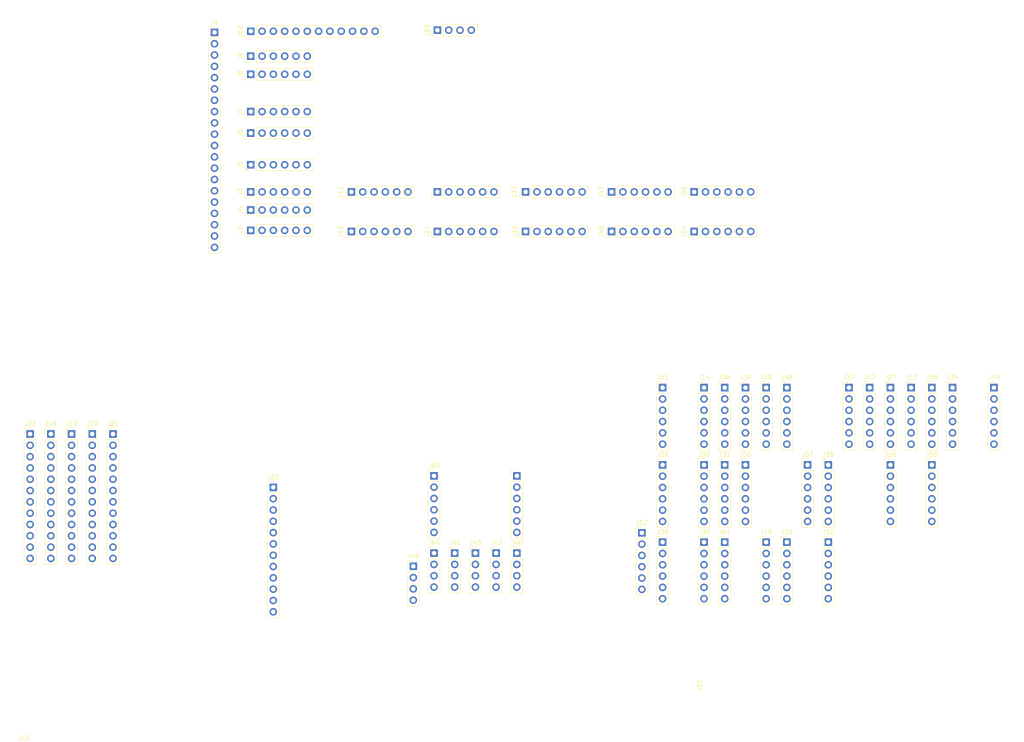
<source format=kicad_pcb>
(kicad_pcb (version 20211014) (generator pcbnew)
  (layers (0 "F.Cu" signal) (31 "B.Cu" signal) (34 "B.Paste" user) (35 "F.Paste" user) (36 "B.SilkS" user "B.Silkscreen") (37 "F.SilkS" user "F.Silkscreen") (38 "B.Mask" user) (39 "F.Mask" user) (44 "Edge.Cuts" user))
  (net 0 "")
  (net 1 "GND")
  (net 2 "rfrx2_true")
  (net 3 "rfrx2_false")
  (net 4 "rfrx0_true")
  (net 5 "rfrx4_false")
  (net 6 "3V3")
  (net 7 "rfrx0_false")
  (net 9 "rfrx4_true")
  (net 10 "Net-(J10-Pad1)")
  (net 12 "Net-(J11-Pad1)")
  (net 13 "Net-(J12-Pad1)")
  (net 15 "PWM2")
  (net 16 "Net-(J13-Pad1)")
  (net 17 "pwm_out")
  (net 20 "Net-(J14-Pad1)")
  (net 21 "Net-(J15-Pad1)")
  (net 22 "Net-(J16-Pad1)")
  (net 23 "Net-(J17-Pad1)")
  (net 24 "Net-(J24-Pad1)")
  (net 25 "Net-(J25-Pad1)")
  (net 26 "Net-(J26-Pad1)")
  (net 27 "Net-(J27-Pad1)")
  (net 28 "Net-(J28-Pad1)")
  (net 29 "Net-(J29-Pad1)")
  (net 30 "Net-(J30-Pad1)")
  (net 31 "Net-(J31-Pad1)")
  (net 32 "Net-(J32-Pad1)")
  (net 33 "Net-(J33-Pad1)")
  (net 34 "Net-(J34-Pad1)")
  (net 35 "Net-(J35-Pad1)")
  (net 36 "Net-(J36-Pad1)")
  (net 37 "Net-(J37-Pad1)")
  (net 38 "Net-(J38-Pad1)")
  (net 39 "Net-(J39-Pad1)")
  (net 40 "Net-(J46-Pad1)")
  (net 41 "Net-(J47-Pad1)")
  (net 42 "Net-(J48-Pad1)")
  (net 43 "Net-(J49-Pad1)")
  (net 44 "Net-(J50-Pad1)")
  (net 45 "Net-(J51-Pad1)")
  (net 46 "Net-(J52-Pad1)")
  (net 47 "Net-(J53-Pad1)")
  (net 48 "Net-(J54-Pad1)")
  (net 49 "Net-(J55-Pad1)")
  (net 50 "Net-(J56-Pad1)")
  (net 51 "Net-(J57-Pad1)")
  (net 52 "Net-(J58-Pad1)")
  (net 53 "Net-(J59-Pad1)")
  (net 54 "Net-(J60-Pad1)")
  (net 55 "Net-(J61-Pad1)")
  (footprint "Connector_PinHeader_2.54mm:PinHeader_1x06_P2.54mm_Vertical" (layer "F.Cu") (at 225.26 115.57)
    (fp_text reference "J37" (at 0 -2.33) (layer "F.SilkS"))
    (fp_text value "Conn_01x06_Male")
    (pad "1" thru_hole rect (at 0 0) (size 1.7 1.7) (drill 1) (layers *.Cu *.Mask) (net 37 "Net-(J37-Pad1)"))
    (pad "2" thru_hole oval (at 0 2.54) (size 1.7 1.7) (drill 1) (layers *.Cu *.Mask) (net 37 "Net-(J37-Pad1)"))
    (pad "3" thru_hole oval (at 0 5.08) (size 1.7 1.7) (drill 1) (layers *.Cu *.Mask) (net 37 "Net-(J37-Pad1)"))
    (pad "4" thru_hole oval (at 0 7.62) (size 1.7 1.7) (drill 1) (layers *.Cu *.Mask) (net 37 "Net-(J37-Pad1)"))
    (pad "5" thru_hole oval (at 0 10.16) (size 1.7 1.7) (drill 1) (layers *.Cu *.Mask) (net 37 "Net-(J37-Pad1)"))
    (pad "6" thru_hole oval (at 0 12.7) (size 1.7 1.7) (drill 1) (layers *.Cu *.Mask) (net 37 "Net-(J37-Pad1)"))
  )
  (footprint "Connector_PinHeader_2.54mm:PinHeader_1x12_P2.54mm_Vertical" (layer "F.Cu") (at 55.352 125.984)
    (fp_text reference "J20" (at 0 -2.33) (layer "F.SilkS"))
    (fp_text value "Conn_01x12_Male")
    (pad "1" thru_hole rect (at 0 0) (size 1.7 1.7) (drill 1) (layers *.Cu *.Mask) (net 1 "GND"))
    (pad "2" thru_hole oval (at 0 2.54) (size 1.7 1.7) (drill 1) (layers *.Cu *.Mask) (net 1 "GND"))
    (pad "3" thru_hole oval (at 0 5.08) (size 1.7 1.7) (drill 1) (layers *.Cu *.Mask) (net 1 "GND"))
    (pad "4" thru_hole oval (at 0 7.62) (size 1.7 1.7) (drill 1) (layers *.Cu *.Mask) (net 1 "GND"))
    (pad "5" thru_hole oval (at 0 10.16) (size 1.7 1.7) (drill 1) (layers *.Cu *.Mask) (net 1 "GND"))
    (pad "6" thru_hole oval (at 0 12.7) (size 1.7 1.7) (drill 1) (layers *.Cu *.Mask) (net 1 "GND"))
    (pad "7" thru_hole oval (at 0 15.24) (size 1.7 1.7) (drill 1) (layers *.Cu *.Mask) (net 1 "GND"))
    (pad "8" thru_hole oval (at 0 17.78) (size 1.7 1.7) (drill 1) (layers *.Cu *.Mask) (net 1 "GND"))
    (pad "9" thru_hole oval (at 0 20.32) (size 1.7 1.7) (drill 1) (layers *.Cu *.Mask) (net 1 "GND"))
    (pad "10" thru_hole oval (at 0 22.86) (size 1.7 1.7) (drill 1) (layers *.Cu *.Mask) (net 1 "GND"))
    (pad "11" thru_hole oval (at 0 25.4) (size 1.7 1.7) (drill 1) (layers *.Cu *.Mask) (net 1 "GND"))
    (pad "12" thru_hole oval (at 0 27.94) (size 1.7 1.7) (drill 1) (layers *.Cu *.Mask) (net 1 "GND"))
  )
  (footprint "Connector_PinHeader_2.54mm:PinHeader_1x06_P2.54mm_Vertical" (layer "F.Cu") (at 202.01 115.57)
    (fp_text reference "J30" (at 0 -2.33) (layer "F.SilkS"))
    (fp_text value "Conn_01x06_Male")
    (pad "1" thru_hole rect (at 0 0) (size 1.7 1.7) (drill 1) (layers *.Cu *.Mask) (net 30 "Net-(J30-Pad1)"))
    (pad "2" thru_hole oval (at 0 2.54) (size 1.7 1.7) (drill 1) (layers *.Cu *.Mask) (net 30 "Net-(J30-Pad1)"))
    (pad "3" thru_hole oval (at 0 5.08) (size 1.7 1.7) (drill 1) (layers *.Cu *.Mask) (net 30 "Net-(J30-Pad1)"))
    (pad "4" thru_hole oval (at 0 7.62) (size 1.7 1.7) (drill 1) (layers *.Cu *.Mask) (net 30 "Net-(J30-Pad1)"))
    (pad "5" thru_hole oval (at 0 10.16) (size 1.7 1.7) (drill 1) (layers *.Cu *.Mask) (net 30 "Net-(J30-Pad1)"))
    (pad "6" thru_hole oval (at 0 12.7) (size 1.7 1.7) (drill 1) (layers *.Cu *.Mask) (net 30 "Net-(J30-Pad1)"))
  )
  (footprint "Connector_PinHeader_2.54mm:PinHeader_1x06_P2.54mm_Vertical" (layer "F.Cu") (at 243.86 132.92)
    (fp_text reference "J56" (at 0 -2.33) (layer "F.SilkS"))
    (fp_text value "Conn_01x06_Male")
    (pad "1" thru_hole rect (at 0 0) (size 1.7 1.7) (drill 1) (layers *.Cu *.Mask) (net 50 "Net-(J56-Pad1)"))
    (pad "2" thru_hole oval (at 0 2.54) (size 1.7 1.7) (drill 1) (layers *.Cu *.Mask) (net 50 "Net-(J56-Pad1)"))
    (pad "3" thru_hole oval (at 0 5.08) (size 1.7 1.7) (drill 1) (layers *.Cu *.Mask) (net 50 "Net-(J56-Pad1)"))
    (pad "4" thru_hole oval (at 0 7.62) (size 1.7 1.7) (drill 1) (layers *.Cu *.Mask) (net 50 "Net-(J56-Pad1)"))
    (pad "5" thru_hole oval (at 0 10.16) (size 1.7 1.7) (drill 1) (layers *.Cu *.Mask) (net 50 "Net-(J56-Pad1)"))
    (pad "6" thru_hole oval (at 0 12.7) (size 1.7 1.7) (drill 1) (layers *.Cu *.Mask) (net 50 "Net-(J56-Pad1)"))
  )
  (footprint "Connector_PinHeader_2.54mm:PinHeader_1x06_P2.54mm_Vertical" (layer "F.Cu") (at 234.56 115.57)
    (fp_text reference "J27" (at 0 -2.33) (layer "F.SilkS"))
    (fp_text value "Conn_01x06_Male")
    (pad "1" thru_hole rect (at 0 0) (size 1.7 1.7) (drill 1) (layers *.Cu *.Mask) (net 27 "Net-(J27-Pad1)"))
    (pad "2" thru_hole oval (at 0 2.54) (size 1.7 1.7) (drill 1) (layers *.Cu *.Mask) (net 27 "Net-(J27-Pad1)"))
    (pad "3" thru_hole oval (at 0 5.08) (size 1.7 1.7) (drill 1) (layers *.Cu *.Mask) (net 27 "Net-(J27-Pad1)"))
    (pad "4" thru_hole oval (at 0 7.62) (size 1.7 1.7) (drill 1) (layers *.Cu *.Mask) (net 27 "Net-(J27-Pad1)"))
    (pad "5" thru_hole oval (at 0 10.16) (size 1.7 1.7) (drill 1) (layers *.Cu *.Mask) (net 27 "Net-(J27-Pad1)"))
    (pad "6" thru_hole oval (at 0 12.7) (size 1.7 1.7) (drill 1) (layers *.Cu *.Mask) (net 27 "Net-(J27-Pad1)"))
  )
  (footprint "Connector_PinHeader_2.54mm:PinHeader_1x06_P2.54mm_Vertical" (layer "F.Cu") (at 197.36 150.27)
    (fp_text reference "J61" (at 0 -2.33) (layer "F.SilkS"))
    (fp_text value "Conn_01x06_Male")
    (pad "1" thru_hole rect (at 0 0) (size 1.7 1.7) (drill 1) (layers *.Cu *.Mask) (net 55 "Net-(J61-Pad1)"))
    (pad "2" thru_hole oval (at 0 2.54) (size 1.7 1.7) (drill 1) (layers *.Cu *.Mask) (net 55 "Net-(J61-Pad1)"))
    (pad "3" thru_hole oval (at 0 5.08) (size 1.7 1.7) (drill 1) (layers *.Cu *.Mask) (net 55 "Net-(J61-Pad1)"))
    (pad "4" thru_hole oval (at 0 7.62) (size 1.7 1.7) (drill 1) (layers *.Cu *.Mask) (net 55 "Net-(J61-Pad1)"))
    (pad "5" thru_hole oval (at 0 10.16) (size 1.7 1.7) (drill 1) (layers *.Cu *.Mask) (net 55 "Net-(J61-Pad1)"))
    (pad "6" thru_hole oval (at 0 12.7) (size 1.7 1.7) (drill 1) (layers *.Cu *.Mask) (net 55 "Net-(J61-Pad1)"))
  )
  (footprint "Connector_PinHeader_2.54mm:PinHeader_1x12_P2.54mm_Vertical" (layer "F.Cu") (at 50.702 125.984)
    (fp_text reference "J19" (at 0 -2.33) (layer "F.SilkS"))
    (fp_text value "Conn_01x12_Male")
    (pad "1" thru_hole rect (at 0 0) (size 1.7 1.7) (drill 1) (layers *.Cu *.Mask) (net 1 "GND"))
    (pad "2" thru_hole oval (at 0 2.54) (size 1.7 1.7) (drill 1) (layers *.Cu *.Mask) (net 1 "GND"))
    (pad "3" thru_hole oval (at 0 5.08) (size 1.7 1.7) (drill 1) (layers *.Cu *.Mask) (net 1 "GND"))
    (pad "4" thru_hole oval (at 0 7.62) (size 1.7 1.7) (drill 1) (layers *.Cu *.Mask) (net 1 "GND"))
    (pad "5" thru_hole oval (at 0 10.16) (size 1.7 1.7) (drill 1) (layers *.Cu *.Mask) (net 1 "GND"))
    (pad "6" thru_hole oval (at 0 12.7) (size 1.7 1.7) (drill 1) (layers *.Cu *.Mask) (net 1 "GND"))
    (pad "7" thru_hole oval (at 0 15.24) (size 1.7 1.7) (drill 1) (layers *.Cu *.Mask) (net 1 "GND"))
    (pad "8" thru_hole oval (at 0 17.78) (size 1.7 1.7) (drill 1) (layers *.Cu *.Mask) (net 1 "GND"))
    (pad "9" thru_hole oval (at 0 20.32) (size 1.7 1.7) (drill 1) (layers *.Cu *.Mask) (net 1 "GND"))
    (pad "10" thru_hole oval (at 0 22.86) (size 1.7 1.7) (drill 1) (layers *.Cu *.Mask) (net 1 "GND"))
    (pad "11" thru_hole oval (at 0 25.4) (size 1.7 1.7) (drill 1) (layers *.Cu *.Mask) (net 1 "GND"))
    (pad "12" thru_hole oval (at 0 27.94) (size 1.7 1.7) (drill 1) (layers *.Cu *.Mask) (net 1 "GND"))
  )
  (footprint "Connector_PinHeader_2.54mm:PinHeader_1x06_P2.54mm_Vertical" (layer "F.Cu") (at 192.71 150.27)
    (fp_text reference "J35" (at 0 -2.33) (layer "F.SilkS"))
    (fp_text value "Conn_01x06_Male")
    (pad "1" thru_hole rect (at 0 0) (size 1.7 1.7) (drill 1) (layers *.Cu *.Mask) (net 35 "Net-(J35-Pad1)"))
    (pad "2" thru_hole oval (at 0 2.54) (size 1.7 1.7) (drill 1) (layers *.Cu *.Mask) (net 35 "Net-(J35-Pad1)"))
    (pad "3" thru_hole oval (at 0 5.08) (size 1.7 1.7) (drill 1) (layers *.Cu *.Mask) (net 35 "Net-(J35-Pad1)"))
    (pad "4" thru_hole oval (at 0 7.62) (size 1.7 1.7) (drill 1) (layers *.Cu *.Mask) (net 35 "Net-(J35-Pad1)"))
    (pad "5" thru_hole oval (at 0 10.16) (size 1.7 1.7) (drill 1) (layers *.Cu *.Mask) (net 35 "Net-(J35-Pad1)"))
    (pad "6" thru_hole oval (at 0 12.7) (size 1.7 1.7) (drill 1) (layers *.Cu *.Mask) (net 35 "Net-(J35-Pad1)"))
  )
  (footprint "Connector_PinHeader_2.54mm:PinHeader_1x06_P2.54mm_Vertical" (layer "F.Cu") (at 113.538 71.628 90)
    (fp_text reference "J11" (at 0 -2.33 90) (layer "F.SilkS"))
    (fp_text value "Conn_01x06_Male")
    (pad "1" thru_hole rect (at 0 0 90) (size 1.7 1.7) (drill 1) (layers *.Cu *.Mask) (net 12 "Net-(J11-Pad1)"))
    (pad "2" thru_hole oval (at 0 2.54 90) (size 1.7 1.7) (drill 1) (layers *.Cu *.Mask) (net 12 "Net-(J11-Pad1)"))
    (pad "3" thru_hole oval (at 0 5.08 90) (size 1.7 1.7) (drill 1) (layers *.Cu *.Mask) (net 12 "Net-(J11-Pad1)"))
    (pad "4" thru_hole oval (at 0 7.62 90) (size 1.7 1.7) (drill 1) (layers *.Cu *.Mask) (net 12 "Net-(J11-Pad1)"))
    (pad "5" thru_hole oval (at 0 10.16 90) (size 1.7 1.7) (drill 1) (layers *.Cu *.Mask) (net 12 "Net-(J11-Pad1)"))
    (pad "6" thru_hole oval (at 0 12.7 90) (size 1.7 1.7) (drill 1) (layers *.Cu *.Mask) (net 12 "Net-(J11-Pad1)"))
  )
  (footprint "Connector_PinHeader_2.54mm:PinHeader_1x06_P2.54mm_Vertical" (layer "F.Cu") (at 234.56 132.92)
    (fp_text reference "J16" (at 0 -2.33) (layer "F.SilkS"))
    (fp_text value "Conn_01x06_Male")
    (pad "1" thru_hole rect (at 0 0) (size 1.7 1.7) (drill 1) (layers *.Cu *.Mask) (net 22 "Net-(J16-Pad1)"))
    (pad "2" thru_hole oval (at 0 2.54) (size 1.7 1.7) (drill 1) (layers *.Cu *.Mask) (net 22 "Net-(J16-Pad1)"))
    (pad "3" thru_hole oval (at 0 5.08) (size 1.7 1.7) (drill 1) (layers *.Cu *.Mask) (net 22 "Net-(J16-Pad1)"))
    (pad "4" thru_hole oval (at 0 7.62) (size 1.7 1.7) (drill 1) (layers *.Cu *.Mask) (net 22 "Net-(J16-Pad1)"))
    (pad "5" thru_hole oval (at 0 10.16) (size 1.7 1.7) (drill 1) (layers *.Cu *.Mask) (net 22 "Net-(J16-Pad1)"))
    (pad "6" thru_hole oval (at 0 12.7) (size 1.7 1.7) (drill 1) (layers *.Cu *.Mask) (net 22 "Net-(J16-Pad1)"))
  )
  (footprint "Connector_PinHeader_2.54mm:PinHeader_1x06_P2.54mm_Vertical" (layer "F.Cu") (at 211.31 115.57)
    (fp_text reference "J48" (at 0 -2.33) (layer "F.SilkS"))
    (fp_text value "Conn_01x06_Male")
    (pad "1" thru_hole rect (at 0 0) (size 1.7 1.7) (drill 1) (layers *.Cu *.Mask) (net 42 "Net-(J48-Pad1)"))
    (pad "2" thru_hole oval (at 0 2.54) (size 1.7 1.7) (drill 1) (layers *.Cu *.Mask) (net 42 "Net-(J48-Pad1)"))
    (pad "3" thru_hole oval (at 0 5.08) (size 1.7 1.7) (drill 1) (layers *.Cu *.Mask) (net 42 "Net-(J48-Pad1)"))
    (pad "4" thru_hole oval (at 0 7.62) (size 1.7 1.7) (drill 1) (layers *.Cu *.Mask) (net 42 "Net-(J48-Pad1)"))
    (pad "5" thru_hole oval (at 0 10.16) (size 1.7 1.7) (drill 1) (layers *.Cu *.Mask) (net 42 "Net-(J48-Pad1)"))
    (pad "6" thru_hole oval (at 0 12.7) (size 1.7 1.7) (drill 1) (layers *.Cu *.Mask) (net 42 "Net-(J48-Pad1)"))
  )
  (footprint "Connector_PinHeader_2.54mm:PinHeader_1x06_P2.54mm_Vertical" (layer "F.Cu") (at 197.36 132.92)
    (fp_text reference "J31" (at 0 -2.33) (layer "F.SilkS"))
    (fp_text value "Conn_01x06_Male")
    (pad "1" thru_hole rect (at 0 0) (size 1.7 1.7) (drill 1) (layers *.Cu *.Mask) (net 31 "Net-(J31-Pad1)"))
    (pad "2" thru_hole oval (at 0 2.54) (size 1.7 1.7) (drill 1) (layers *.Cu *.Mask) (net 31 "Net-(J31-Pad1)"))
    (pad "3" thru_hole oval (at 0 5.08) (size 1.7 1.7) (drill 1) (layers *.Cu *.Mask) (net 31 "Net-(J31-Pad1)"))
    (pad "4" thru_hole oval (at 0 7.62) (size 1.7 1.7) (drill 1) (layers *.Cu *.Mask) (net 31 "Net-(J31-Pad1)"))
    (pad "5" thru_hole oval (at 0 10.16) (size 1.7 1.7) (drill 1) (layers *.Cu *.Mask) (net 31 "Net-(J31-Pad1)"))
    (pad "6" thru_hole oval (at 0 12.7) (size 1.7 1.7) (drill 1) (layers *.Cu *.Mask) (net 31 "Net-(J31-Pad1)"))
  )
  (footprint "Connector_PinHeader_2.54mm:PinHeader_1x06_P2.54mm_Vertical" (layer "F.Cu") (at 90.932 65.532 90)
    (fp_text reference "J5" (at 0 -2.33 90) (layer "F.SilkS"))
    (fp_text value "Conn_01x06_Male")
    (pad "1" thru_hole rect (at 0 0 90) (size 1.7 1.7) (drill 1) (layers *.Cu *.Mask) (net 5 "rfrx4_false"))
    (pad "2" thru_hole oval (at 0 2.54 90) (size 1.7 1.7) (drill 1) (layers *.Cu *.Mask) (net 5 "rfrx4_false"))
    (pad "3" thru_hole oval (at 0 5.08 90) (size 1.7 1.7) (drill 1) (layers *.Cu *.Mask) (net 5 "rfrx4_false"))
    (pad "4" thru_hole oval (at 0 7.62 90) (size 1.7 1.7) (drill 1) (layers *.Cu *.Mask) (net 5 "rfrx4_false"))
    (pad "5" thru_hole oval (at 0 10.16 90) (size 1.7 1.7) (drill 1) (layers *.Cu *.Mask) (net 5 "rfrx4_false"))
    (pad "6" thru_hole oval (at 0 12.7 90) (size 1.7 1.7) (drill 1) (layers *.Cu *.Mask) (net 5 "rfrx4_false"))
  )
  (footprint "Connector_PinHeader_2.54mm:PinHeader_1x06_P2.54mm_Vertical" (layer "F.Cu") (at 90.932 41.148 90)
    (fp_text reference "J9" (at 0 -2.33 90) (layer "F.SilkS"))
    (fp_text value "Conn_01x06_Male")
    (pad "1" thru_hole rect (at 0 0 90) (size 1.7 1.7) (drill 1) (layers *.Cu *.Mask) (net 2 "rfrx2_true"))
    (pad "2" thru_hole oval (at 0 2.54 90) (size 1.7 1.7) (drill 1) (layers *.Cu *.Mask) (net 2 "rfrx2_true"))
    (pad "3" thru_hole oval (at 0 5.08 90) (size 1.7 1.7) (drill 1) (layers *.Cu *.Mask) (net 2 "rfrx2_true"))
    (pad "4" thru_hole oval (at 0 7.62 90) (size 1.7 1.7) (drill 1) (layers *.Cu *.Mask) (net 2 "rfrx2_true"))
    (pad "5" thru_hole oval (at 0 10.16 90) (size 1.7 1.7) (drill 1) (layers *.Cu *.Mask) (net 2 "rfrx2_true"))
    (pad "6" thru_hole oval (at 0 12.7 90) (size 1.7 1.7) (drill 1) (layers *.Cu *.Mask) (net 2 "rfrx2_true"))
  )
  (footprint "Connector_PinHeader_2.54mm:PinHeader_1x06_P2.54mm_Vertical" (layer "F.Cu") (at 90.932 58.42 90)
    (fp_text reference "J6" (at 0 -2.33 90) (layer "F.SilkS"))
    (fp_text value "Conn_01x06_Male")
    (pad "1" thru_hole rect (at 0 0 90) (size 1.7 1.7) (drill 1) (layers *.Cu *.Mask) (net 4 "rfrx0_true"))
    (pad "2" thru_hole oval (at 0 2.54 90) (size 1.7 1.7) (drill 1) (layers *.Cu *.Mask) (net 4 "rfrx0_true"))
    (pad "3" thru_hole oval (at 0 5.08 90) (size 1.7 1.7) (drill 1) (layers *.Cu *.Mask) (net 4 "rfrx0_true"))
    (pad "4" thru_hole oval (at 0 7.62 90) (size 1.7 1.7) (drill 1) (layers *.Cu *.Mask) (net 4 "rfrx0_true"))
    (pad "5" thru_hole oval (at 0 10.16 90) (size 1.7 1.7) (drill 1) (layers *.Cu *.Mask) (net 4 "rfrx0_true"))
    (pad "6" thru_hole oval (at 0 12.7 90) (size 1.7 1.7) (drill 1) (layers *.Cu *.Mask) (net 4 "rfrx0_true"))
  )
  (footprint "Connector_PinHeader_2.54mm:PinHeader_1x06_P2.54mm_Vertical" (layer "F.Cu") (at 220.61 150.27)
    (fp_text reference "J52" (at 0 -2.33) (layer "F.SilkS"))
    (fp_text value "Conn_01x06_Male")
    (pad "1" thru_hole rect (at 0 0) (size 1.7 1.7) (drill 1) (layers *.Cu *.Mask) (net 46 "Net-(J52-Pad1)"))
    (pad "2" thru_hole oval (at 0 2.54) (size 1.7 1.7) (drill 1) (layers *.Cu *.Mask) (net 46 "Net-(J52-Pad1)"))
    (pad "3" thru_hole oval (at 0 5.08) (size 1.7 1.7) (drill 1) (layers *.Cu *.Mask) (net 46 "Net-(J52-Pad1)"))
    (pad "4" thru_hole oval (at 0 7.62) (size 1.7 1.7) (drill 1) (layers *.Cu *.Mask) (net 46 "Net-(J52-Pad1)"))
    (pad "5" thru_hole oval (at 0 10.16) (size 1.7 1.7) (drill 1) (layers *.Cu *.Mask) (net 46 "Net-(J52-Pad1)"))
    (pad "6" thru_hole oval (at 0 12.7) (size 1.7 1.7) (drill 1) (layers *.Cu *.Mask) (net 46 "Net-(J52-Pad1)"))
  )
  (footprint "Connector_PinHeader_2.54mm:PinHeader_1x06_P2.54mm_Vertical" (layer "F.Cu") (at 90.932 71.628 90)
    (fp_text reference "J3" (at 0 -2.33 90) (layer "F.SilkS"))
    (fp_text value "Conn_01x06_Male")
    (pad "1" thru_hole rect (at 0 0 90) (size 1.7 1.7) (drill 1) (layers *.Cu *.Mask) (net 17 "pwm_out"))
    (pad "2" thru_hole oval (at 0 2.54 90) (size 1.7 1.7) (drill 1) (layers *.Cu *.Mask) (net 17 "pwm_out"))
    (pad "3" thru_hole oval (at 0 5.08 90) (size 1.7 1.7) (drill 1) (layers *.Cu *.Mask) (net 17 "pwm_out"))
    (pad "4" thru_hole oval (at 0 7.62 90) (size 1.7 1.7) (drill 1) (layers *.Cu *.Mask) (net 17 "pwm_out"))
    (pad "5" thru_hole oval (at 0 10.16 90) (size 1.7 1.7) (drill 1) (layers *.Cu *.Mask) (net 17 "pwm_out"))
    (pad "6" thru_hole oval (at 0 12.7 90) (size 1.7 1.7) (drill 1) (layers *.Cu *.Mask) (net 17 "pwm_out"))
  )
  (footprint "Connector_PinHeader_2.54mm:PinHeader_1x06_P2.54mm_Vertical" (layer "F.Cu") (at 90.932 53.594 90)
    (fp_text reference "J7" (at 0 -2.33 90) (layer "F.SilkS"))
    (fp_text value "Conn_01x06_Male")
    (pad "1" thru_hole rect (at 0 0 90) (size 1.7 1.7) (drill 1) (layers *.Cu *.Mask) (net 7 "rfrx0_false"))
    (pad "2" thru_hole oval (at 0 2.54 90) (size 1.7 1.7) (drill 1) (layers *.Cu *.Mask) (net 7 "rfrx0_false"))
    (pad "3" thru_hole oval (at 0 5.08 90) (size 1.7 1.7) (drill 1) (layers *.Cu *.Mask) (net 7 "rfrx0_false"))
    (pad "4" thru_hole oval (at 0 7.62 90) (size 1.7 1.7) (drill 1) (layers *.Cu *.Mask) (net 7 "rfrx0_false"))
    (pad "5" thru_hole oval (at 0 10.16 90) (size 1.7 1.7) (drill 1) (layers *.Cu *.Mask) (net 7 "rfrx0_false"))
    (pad "6" thru_hole oval (at 0 12.7 90) (size 1.7 1.7) (drill 1) (layers *.Cu *.Mask) (net 7 "rfrx0_false"))
  )
  (footprint "Connector_PinHeader_2.54mm:PinHeader_1x06_P2.54mm_Vertical" (layer "F.Cu") (at 183.41 132.92)
    (fp_text reference "J29" (at 0 -2.33) (layer "F.SilkS"))
    (fp_text value "Conn_01x06_Male")
    (pad "1" thru_hole rect (at 0 0) (size 1.7 1.7) (drill 1) (layers *.Cu *.Mask) (net 29 "Net-(J29-Pad1)"))
    (pad "2" thru_hole oval (at 0 2.54) (size 1.7 1.7) (drill 1) (layers *.Cu *.Mask) (net 29 "Net-(J29-Pad1)"))
    (pad "3" thru_hole oval (at 0 5.08) (size 1.7 1.7) (drill 1) (layers *.Cu *.Mask) (net 29 "Net-(J29-Pad1)"))
    (pad "4" thru_hole oval (at 0 7.62) (size 1.7 1.7) (drill 1) (layers *.Cu *.Mask) (net 29 "Net-(J29-Pad1)"))
    (pad "5" thru_hole oval (at 0 10.16) (size 1.7 1.7) (drill 1) (layers *.Cu *.Mask) (net 29 "Net-(J29-Pad1)"))
    (pad "6" thru_hole oval (at 0 12.7) (size 1.7 1.7) (drill 1) (layers *.Cu *.Mask) (net 29 "Net-(J29-Pad1)"))
  )
  (footprint "Connector_PinHeader_2.54mm:PinHeader_1x04_P2.54mm_Vertical" (layer "F.Cu") (at 127.43 155.682)
    (fp_text reference "J45" (at 0 -2.33) (layer "F.SilkS"))
    (fp_text value "Conn_01x04_Male")
    (pad "1" thru_hole rect (at 0 0) (size 1.7 1.7) (drill 1) (layers *.Cu *.Mask) (net 1 "GND"))
    (pad "2" thru_hole oval (at 0 2.54) (size 1.7 1.7) (drill 1) (layers *.Cu *.Mask) (net 1 "GND"))
    (pad "3" thru_hole oval (at 0 5.08) (size 1.7 1.7) (drill 1) (layers *.Cu *.Mask) (net 1 "GND"))
    (pad "4" thru_hole oval (at 0 7.62) (size 1.7 1.7) (drill 1) (layers *.Cu *.Mask) (net 1 "GND"))
  )
  (footprint "Connector_PinHeader_2.54mm:PinHeader_1x06_P2.54mm_Vertical" (layer "F.Cu") (at 211.31 150.27)
    (fp_text reference "J26" (at 0 -2.33) (layer "F.SilkS"))
    (fp_text value "Conn_01x06_Male")
    (pad "1" thru_hole rect (at 0 0) (size 1.7 1.7) (drill 1) (layers *.Cu *.Mask) (net 26 "Net-(J26-Pad1)"))
    (pad "2" thru_hole oval (at 0 2.54) (size 1.7 1.7) (drill 1) (layers *.Cu *.Mask) (net 26 "Net-(J26-Pad1)"))
    (pad "3" thru_hole oval (at 0 5.08) (size 1.7 1.7) (drill 1) (layers *.Cu *.Mask) (net 26 "Net-(J26-Pad1)"))
    (pad "4" thru_hole oval (at 0 7.62) (size 1.7 1.7) (drill 1) (layers *.Cu *.Mask) (net 26 "Net-(J26-Pad1)"))
    (pad "5" thru_hole oval (at 0 10.16) (size 1.7 1.7) (drill 1) (layers *.Cu *.Mask) (net 26 "Net-(J26-Pad1)"))
    (pad "6" thru_hole oval (at 0 12.7) (size 1.7 1.7) (drill 1) (layers *.Cu *.Mask) (net 26 "Net-(J26-Pad1)"))
  )
  (footprint "Connector_PinHeader_2.54mm:PinHeader_1x06_P2.54mm_Vertical" (layer "F.Cu") (at 183.41 115.57)
    (fp_text reference "J51" (at 0 -2.33) (layer "F.SilkS"))
    (fp_text value "Conn_01x06_Male")
    (pad "1" thru_hole rect (at 0 0) (size 1.7 1.7) (drill 1) (layers *.Cu *.Mask) (net 45 "Net-(J51-Pad1)"))
    (pad "2" thru_hole oval (at 0 2.54) (size 1.7 1.7) (drill 1) (layers *.Cu *.Mask) (net 45 "Net-(J51-Pad1)"))
    (pad "3" thru_hole oval (at 0 5.08) (size 1.7 1.7) (drill 1) (layers *.Cu *.Mask) (net 45 "Net-(J51-Pad1)"))
    (pad "4" thru_hole oval (at 0 7.62) (size 1.7 1.7) (drill 1) (layers *.Cu *.Mask) (net 45 "Net-(J51-Pad1)"))
    (pad "5" thru_hole oval (at 0 10.16) (size 1.7 1.7) (drill 1) (layers *.Cu *.Mask) (net 45 "Net-(J51-Pad1)"))
    (pad "6" thru_hole oval (at 0 12.7) (size 1.7 1.7) (drill 1) (layers *.Cu *.Mask) (net 45 "Net-(J51-Pad1)"))
  )
  (footprint "Connector_PinHeader_2.54mm:PinHeader_1x06_P2.54mm_Vertical" (layer "F.Cu") (at 197.36 115.57)
    (fp_text reference "J36" (at 0 -2.33) (layer "F.SilkS"))
    (fp_text value "Conn_01x06_Male")
    (pad "1" thru_hole rect (at 0 0) (size 1.7 1.7) (drill 1) (layers *.Cu *.Mask) (net 36 "Net-(J36-Pad1)"))
    (pad "2" thru_hole oval (at 0 2.54) (size 1.7 1.7) (drill 1) (layers *.Cu *.Mask) (net 36 "Net-(J36-Pad1)"))
    (pad "3" thru_hole oval (at 0 5.08) (size 1.7 1.7) (drill 1) (layers *.Cu *.Mask) (net 36 "Net-(J36-Pad1)"))
    (pad "4" thru_hole oval (at 0 7.62) (size 1.7 1.7) (drill 1) (layers *.Cu *.Mask) (net 36 "Net-(J36-Pad1)"))
    (pad "5" thru_hole oval (at 0 10.16) (size 1.7 1.7) (drill 1) (layers *.Cu *.Mask) (net 36 "Net-(J36-Pad1)"))
    (pad "6" thru_hole oval (at 0 12.7) (size 1.7 1.7) (drill 1) (layers *.Cu *.Mask) (net 36 "Net-(J36-Pad1)"))
  )
  (footprint "Connector_PinHeader_2.54mm:PinHeader_1x06_P2.54mm_Vertical" (layer "F.Cu") (at 150.68 135.382)
    (fp_text reference "J53" (at -110.806 58.884) (layer "F.SilkS"))
    (fp_text value "Conn_01x06_Male")
    (pad "1" thru_hole rect (at 0 0) (size 1.7 1.7) (drill 1) (layers *.Cu *.Mask) (net 47 "Net-(J53-Pad1)"))
    (pad "2" thru_hole oval (at 0 2.54) (size 1.7 1.7) (drill 1) (layers *.Cu *.Mask) (net 47 "Net-(J53-Pad1)"))
    (pad "3" thru_hole oval (at 0 5.08) (size 1.7 1.7) (drill 1) (layers *.Cu *.Mask) (net 47 "Net-(J53-Pad1)"))
    (pad "4" thru_hole oval (at 0 7.62) (size 1.7 1.7) (drill 1) (layers *.Cu *.Mask) (net 47 "Net-(J53-Pad1)"))
    (pad "5" thru_hole oval (at 0 10.16) (size 1.7 1.7) (drill 1) (layers *.Cu *.Mask) (net 47 "Net-(J53-Pad1)"))
    (pad "6" thru_hole oval (at 0 12.7) (size 1.7 1.7) (drill 1) (layers *.Cu *.Mask) (net 47 "Net-(J53-Pad1)"))
  )
  (footprint "Connector_PinHeader_2.54mm:PinHeader_1x06_P2.54mm_Vertical" (layer "F.Cu") (at 190.5 71.628 90)
    (fp_text reference "J55" (at 0 -2.33 90) (layer "F.SilkS"))
    (fp_text value "Conn_01x06_Male")
    (pad "1" thru_hole rect (at 0 0 90) (size 1.7 1.7) (drill 1) (layers *.Cu *.Mask) (net 49 "Net-(J55-Pad1)"))
    (pad "2" thru_hole oval (at 0 2.54 90) (size 1.7 1.7) (drill 1) (layers *.Cu *.Mask) (net 49 "Net-(J55-Pad1)"))
    (pad "3" thru_hole oval (at 0 5.08 90) (size 1.7 1.7) (drill 1) (layers *.Cu *.Mask) (net 49 "Net-(J55-Pad1)"))
    (pad "4" thru_hole oval (at 0 7.62 90) (size 1.7 1.7) (drill 1) (layers *.Cu *.Mask) (net 49 "Net-(J55-Pad1)"))
    (pad "5" thru_hole oval (at 0 10.16 90) (size 1.7 1.7) (drill 1) (layers *.Cu *.Mask) (net 49 "Net-(J55-Pad1)"))
    (pad "6" thru_hole oval (at 0 12.7 90) (size 1.7 1.7) (drill 1) (layers *.Cu *.Mask) (net 49 "Net-(J55-Pad1)"))
  )
  (footprint "Connector_PinHeader_2.54mm:PinHeader_1x06_P2.54mm_Vertical" (layer "F.Cu") (at 171.958 71.628 90)
    (fp_text reference "J47" (at 0 -2.33 90) (layer "F.SilkS"))
    (fp_text value "Conn_01x06_Male")
    (pad "1" thru_hole rect (at 0 0 90) (size 1.7 1.7) (drill 1) (layers *.Cu *.Mask) (net 41 "Net-(J47-Pad1)"))
    (pad "2" thru_hole oval (at 0 2.54 90) (size 1.7 1.7) (drill 1) (layers *.Cu *.Mask) (net 41 "Net-(J47-Pad1)"))
    (pad "3" thru_hole oval (at 0 5.08 90) (size 1.7 1.7) (drill 1) (layers *.Cu *.Mask) (net 41 "Net-(J47-Pad1)"))
    (pad "4" thru_hole oval (at 0 7.62 90) (size 1.7 1.7) (drill 1) (layers *.Cu *.Mask) (net 41 "Net-(J47-Pad1)"))
    (pad "5" thru_hole oval (at 0 10.16 90) (size 1.7 1.7) (drill 1) (layers *.Cu *.Mask) (net 41 "Net-(J47-Pad1)"))
    (pad "6" thru_hole oval (at 0 12.7 90) (size 1.7 1.7) (drill 1) (layers *.Cu *.Mask) (net 41 "Net-(J47-Pad1)"))
  )
  (footprint "Connector_PinHeader_2.54mm:PinHeader_1x20_P2.54mm_Vertical" (layer "F.Cu") (at 82.804 35.814)
    (fp_text reference "J1" (at 0 -2.33) (layer "F.SilkS"))
    (fp_text value "Connector_Generic_Conn_01x20")
    (pad "1" thru_hole rect (at 0 0) (size 1.7 1.7) (drill 1) (layers *.Cu *.Mask) (net 6 "3V3"))
    (pad "2" thru_hole oval (at 0 2.54) (size 1.7 1.7) (drill 1) (layers *.Cu *.Mask))
    (pad "3" thru_hole oval (at 0 5.08) (size 1.7 1.7) (drill 1) (layers *.Cu *.Mask) (net 2 "rfrx2_true"))
    (pad "4" thru_hole oval (at 0 7.62) (size 1.7 1.7) (drill 1) (layers *.Cu *.Mask) (net 3 "rfrx2_false"))
    (pad "5" thru_hole oval (at 0 10.16) (size 1.7 1.7) (drill 1) (layers *.Cu *.Mask))
    (pad "6" thru_hole oval (at 0 12.7) (size 1.7 1.7) (drill 1) (layers *.Cu *.Mask) (net 1 "GND"))
    (pad "7" thru_hole oval (at 0 15.24) (size 1.7 1.7) (drill 1) (layers *.Cu *.Mask) (net 7 "rfrx0_false"))
    (pad "8" thru_hole oval (at 0 17.78) (size 1.7 1.7) (drill 1) (layers *.Cu *.Mask) (net 1 "GND"))
    (pad "9" thru_hole oval (at 0 20.32) (size 1.7 1.7) (drill 1) (layers *.Cu *.Mask) (net 4 "rfrx0_true"))
    (pad "10" thru_hole oval (at 0 22.86) (size 1.7 1.7) (drill 1) (layers *.Cu *.Mask) (net 5 "rfrx4_false"))
    (pad "11" thru_hole oval (at 0 25.4) (size 1.7 1.7) (drill 1) (layers *.Cu *.Mask) (net 1 "GND"))
    (pad "12" thru_hole oval (at 0 27.94) (size 1.7 1.7) (drill 1) (layers *.Cu *.Mask))
    (pad "13" thru_hole oval (at 0 30.48) (size 1.7 1.7) (drill 1) (layers *.Cu *.Mask) (net 17 "pwm_out"))
    (pad "14" thru_hole oval (at 0 33.02) (size 1.7 1.7) (drill 1) (layers *.Cu *.Mask) (net 1 "GND"))
    (pad "15" thru_hole oval (at 0 35.56) (size 1.7 1.7) (drill 1) (layers *.Cu *.Mask) (net 9 "rfrx4_true"))
    (pad "16" thru_hole oval (at 0 38.1) (size 1.7 1.7) (drill 1) (layers *.Cu *.Mask) (net 15 "PWM2"))
    (pad "17" thru_hole oval (at 0 40.64) (size 1.7 1.7) (drill 1) (layers *.Cu *.Mask) (net 1 "GND"))
    (pad "18" thru_hole oval (at 0 43.18) (size 1.7 1.7) (drill 1) (layers *.Cu *.Mask))
    (pad "19" thru_hole oval (at 0 45.72) (size 1.7 1.7) (drill 1) (layers *.Cu *.Mask))
    (pad "20" thru_hole oval (at 0 48.26) (size 1.7 1.7) (drill 1) (layers *.Cu *.Mask) (net 1 "GND"))
  )
  (footprint "Connector_PinHeader_2.54mm:PinHeader_1x12_P2.54mm_Vertical" (layer "F.Cu") (at 60.002 125.984)
    (fp_text reference "J21" (at 0 -2.33) (layer "F.SilkS"))
    (fp_text value "Conn_01x12_Male")
    (pad "1" thru_hole rect (at 0 0) (size 1.7 1.7) (drill 1) (layers *.Cu *.Mask) (net 1 "GND"))
    (pad "2" thru_hole oval (at 0 2.54) (size 1.7 1.7) (drill 1) (layers *.Cu *.Mask) (net 1 "GND"))
    (pad "3" thru_hole oval (at 0 5.08) (size 1.7 1.7) (drill 1) (layers *.Cu *.Mask) (net 1 "GND"))
    (pad "4" thru_hole oval (at 0 7.62) (size 1.7 1.7) (drill 1) (layers *.Cu *.Mask) (net 1 "GND"))
    (pad "5" thru_hole oval (at 0 10.16) (size 1.7 1.7) (drill 1) (layers *.Cu *.Mask) (net 1 "GND"))
    (pad "6" thru_hole oval (at 0 12.7) (size 1.7 1.7) (drill 1) (layers *.Cu *.Mask) (net 1 "GND"))
    (pad "7" thru_hole oval (at 0 15.24) (size 1.7 1.7) (drill 1) (layers *.Cu *.Mask) (net 1 "GND"))
    (pad "8" thru_hole oval (at 0 17.78) (size 1.7 1.7) (drill 1) (layers *.Cu *.Mask) (net 1 "GND"))
    (pad "9" thru_hole oval (at 0 20.32) (size 1.7 1.7) (drill 1) (layers *.Cu *.Mask) (net 1 "GND"))
    (pad "10" thru_hole oval (at 0 22.86) (size 1.7 1.7) (drill 1) (layers *.Cu *.Mask) (net 1 "GND"))
    (pad "11" thru_hole oval (at 0 25.4) (size 1.7 1.7) (drill 1) (layers *.Cu *.Mask) (net 1 "GND"))
    (pad "12" thru_hole oval (at 0 27.94) (size 1.7 1.7) (drill 1) (layers *.Cu *.Mask) (net 1 "GND"))
  )
  (footprint "Connector_PinHeader_2.54mm:PinHeader_1x06_P2.54mm_Vertical" (layer "F.Cu") (at 152.654 80.518 90)
    (fp_text reference "J32" (at 0 -2.33 90) (layer "F.SilkS"))
    (fp_text value "Conn_01x06_Male")
    (pad "1" thru_hole rect (at 0 0 90) (size 1.7 1.7) (drill 1) (layers *.Cu *.Mask) (net 32 "Net-(J32-Pad1)"))
    (pad "2" thru_hole oval (at 0 2.54 90) (size 1.7 1.7) (drill 1) (layers *.Cu *.Mask) (net 32 "Net-(J32-Pad1)"))
    (pad "3" thru_hole oval (at 0 5.08 90) (size 1.7 1.7) (drill 1) (layers *.Cu *.Mask) (net 32 "Net-(J32-Pad1)"))
    (pad "4" thru_hole oval (at 0 7.62 90) (size 1.7 1.7) (drill 1) (layers *.Cu *.Mask) (net 32 "Net-(J32-Pad1)"))
    (pad "5" thru_hole oval (at 0 10.16 90) (size 1.7 1.7) (drill 1) (layers *.Cu *.Mask) (net 32 "Net-(J32-Pad1)"))
    (pad "6" thru_hole oval (at 0 12.7 90) (size 1.7 1.7) (drill 1) (layers *.Cu *.Mask) (net 32 "Net-(J32-Pad1)"))
  )
  (footprint "Connector_PinHeader_2.54mm:PinHeader_1x06_P2.54mm_Vertical" (layer "F.Cu") (at 152.654 71.628 90)
    (fp_text reference "J33" (at 0 -2.54 90) (layer "F.SilkS"))
    (fp_text value "Conn_01x06_Male")
    (pad "1" thru_hole rect (at 0 0 90) (size 1.7 1.7) (drill 1) (layers *.Cu *.Mask) (net 33 "Net-(J33-Pad1)"))
    (pad "2" thru_hole oval (at 0 2.54 90) (size 1.7 1.7) (drill 1) (layers *.Cu *.Mask) (net 33 "Net-(J33-Pad1)"))
    (pad "3" thru_hole oval (at 0 5.08 90) (size 1.7 1.7) (drill 1) (layers *.Cu *.Mask) (net 33 "Net-(J33-Pad1)"))
    (pad "4" thru_hole oval (at 0 7.62 90) (size 1.7 1.7) (drill 1) (layers *.Cu *.Mask) (net 33 "Net-(J33-Pad1)"))
    (pad "5" thru_hole oval (at 0 10.16 90) (size 1.7 1.7) (drill 1) (layers *.Cu *.Mask) (net 33 "Net-(J33-Pad1)"))
    (pad "6" thru_hole oval (at 0 12.7 90) (size 1.7 1.7) (drill 1) (layers *.Cu *.Mask) (net 33 "Net-(J33-Pad1)"))
  )
  (footprint "Connector_PinHeader_2.54mm:PinHeader_1x06_P2.54mm_Vertical" (layer "F.Cu") (at 257.81 115.57)
    (fp_text reference "J49" (at 0 -2.33) (layer "F.SilkS"))
    (fp_text value "Conn_01x06_Male")
    (pad "1" thru_hole rect (at 0 0) (size 1.7 1.7) (drill 1) (layers *.Cu *.Mask) (net 43 "Net-(J49-Pad1)"))
    (pad "2" thru_hole oval (at 0 2.54) (size 1.7 1.7) (drill 1) (layers *.Cu *.Mask) (net 43 "Net-(J49-Pad1)"))
    (pad "3" thru_hole oval (at 0 5.08) (size 1.7 1.7) (drill 1) (layers *.Cu *.Mask) (net 43 "Net-(J49-Pad1)"))
    (pad "4" thru_hole oval (at 0 7.62) (size 1.7 1.7) (drill 1) (layers *.Cu *.Mask) (net 43 "Net-(J49-Pad1)"))
    (pad "5" thru_hole oval (at 0 10.16) (size 1.7 1.7) (drill 1) (layers *.Cu *.Mask) (net 43 "Net-(J49-Pad1)"))
    (pad "6" thru_hole oval (at 0 12.7) (size 1.7 1.7) (drill 1) (layers *.Cu *.Mask) (net 43 "Net-(J49-Pad1)"))
  )
  (footprint "Connector_PinHeader_2.54mm:PinHeader_1x06_P2.54mm_Vertical" (layer "F.Cu") (at 192.71 115.57)
    (fp_text reference "J14" (at 0 -2.33) (layer "F.SilkS"))
    (fp_text value "Conn_01x06_Male")
    (pad "1" thru_hole rect (at 0 0) (size 1.7 1.7) (drill 1) (layers *.Cu *.Mask) (net 20 "Net-(J14-Pad1)"))
    (pad "2" thru_hole oval (at 0 2.54) (size 1.7 1.7) (drill 1) (layers *.Cu *.Mask) (net 20 "Net-(J14-Pad1)"))
    (pad "3" thru_hole oval (at 0 5.08) (size 1.7 1.7) (drill 1) (layers *.Cu *.Mask) (net 20 "Net-(J14-Pad1)"))
    (pad "4" thru_hole oval (at 0 7.62) (size 1.7 1.7) (drill 1) (layers *.Cu *.Mask) (net 20 "Net-(J14-Pad1)"))
    (pad "5" thru_hole oval (at 0 10.16) (size 1.7 1.7) (drill 1) (layers *.Cu *.Mask) (net 20 "Net-(J14-Pad1)"))
    (pad "6" thru_hole oval (at 0 12.7) (size 1.7 1.7) (drill 1) (layers *.Cu *.Mask) (net 20 "Net-(J14-Pad1)"))
  )
  (footprint "Connector_PinHeader_2.54mm:PinHeader_1x06_P2.54mm_Vertical" (layer "F.Cu") (at 239.21 115.57)
    (fp_text reference "J13" (at 0 -2.33) (layer "F.SilkS"))
    (fp_text value "Conn_01x06_Male")
    (pad "1" thru_hole rect (at 0 0) (size 1.7 1.7) (drill 1) (layers *.Cu *.Mask) (net 16 "Net-(J13-Pad1)"))
    (pad "2" thru_hole oval (at 0 2.54) (size 1.7 1.7) (drill 1) (layers *.Cu *.Mask) (net 16 "Net-(J13-Pad1)"))
    (pad "3" thru_hole oval (at 0 5.08) (size 1.7 1.7) (drill 1) (layers *.Cu *.Mask) (net 16 "Net-(J13-Pad1)"))
    (pad "4" thru_hole oval (at 0 7.62) (size 1.7 1.7) (drill 1) (layers *.Cu *.Mask) (net 16 "Net-(J13-Pad1)"))
    (pad "5" thru_hole oval (at 0 10.16) (size 1.7 1.7) (drill 1) (layers *.Cu *.Mask) (net 16 "Net-(J13-Pad1)"))
    (pad "6" thru_hole oval (at 0 12.7) (size 1.7 1.7) (drill 1) (layers *.Cu *.Mask) (net 16 "Net-(J13-Pad1)"))
  )
  (footprint "Connector_PinHeader_2.54mm:PinHeader_1x06_P2.54mm_Vertical" (layer "F.Cu") (at 190.5 80.518 90)
    (fp_text reference "J54" (at 0 -2.33 90) (layer "F.SilkS"))
    (fp_text value "Conn_01x06_Male")
    (pad "1" thru_hole rect (at 0 0 90) (size 1.7 1.7) (drill 1) (layers *.Cu *.Mask) (net 48 "Net-(J54-Pad1)"))
    (pad "2" thru_hole oval (at 0 2.54 90) (size 1.7 1.7) (drill 1) (layers *.Cu *.Mask) (net 48 "Net-(J54-Pad1)"))
    (pad "3" thru_hole oval (at 0 5.08 90) (size 1.7 1.7) (drill 1) (layers *.Cu *.Mask) (net 48 "Net-(J54-Pad1)"))
    (pad "4" thru_hole oval (at 0 7.62 90) (size 1.7 1.7) (drill 1) (layers *.Cu *.Mask) (net 48 "Net-(J54-Pad1)"))
    (pad "5" thru_hole oval (at 0 10.16 90) (size 1.7 1.7) (drill 1) (layers *.Cu *.Mask) (net 48 "Net-(J54-Pad1)"))
    (pad "6" thru_hole oval (at 0 12.7 90) (size 1.7 1.7) (drill 1) (layers *.Cu *.Mask) (net 48 "Net-(J54-Pad1)"))
  )
  (footprint "Connector_PinHeader_2.54mm:PinHeader_1x06_P2.54mm_Vertical" (layer "F.Cu") (at 220.61 132.92)
    (fp_text reference "J38" (at 0 -2.33) (layer "F.SilkS"))
    (fp_text value "Conn_01x06_Male")
    (pad "1" thru_hole rect (at 0 0) (size 1.7 1.7) (drill 1) (layers *.Cu *.Mask) (net 38 "Net-(J38-Pad1)"))
    (pad "2" thru_hole oval (at 0 2.54) (size 1.7 1.7) (drill 1) (layers *.Cu *.Mask) (net 38 "Net-(J38-Pad1)"))
    (pad "3" thru_hole oval (at 0 5.08) (size 1.7 1.7) (drill 1) (layers *.Cu *.Mask) (net 38 "Net-(J38-Pad1)"))
    (pad "4" thru_hole oval (at 0 7.62) (size 1.7 1.7) (drill 1) (layers *.Cu *.Mask) (net 38 "Net-(J38-Pad1)"))
    (pad "5" thru_hole oval (at 0 10.16) (size 1.7 1.7) (drill 1) (layers *.Cu *.Mask) (net 38 "Net-(J38-Pad1)"))
    (pad "6" thru_hole oval (at 0 12.7) (size 1.7 1.7) (drill 1) (layers *.Cu *.Mask) (net 38 "Net-(J38-Pad1)"))
  )
  (footprint "Connector_PinHeader_2.54mm:PinHeader_1x04_P2.54mm_Vertical" (layer "F.Cu") (at 141.38 152.732)
    (fp_text reference "J43" (at 0 -2.33) (layer "F.SilkS"))
    (fp_text value "Conn_01x04_Male")
    (pad "1" thru_hole rect (at 0 0) (size 1.7 1.7) (drill 1) (layers *.Cu *.Mask) (net 1 "GND"))
    (pad "2" thru_hole oval (at 0 2.54) (size 1.7 1.7) (drill 1) (layers *.Cu *.Mask) (net 1 "GND"))
    (pad "3" thru_hole oval (at 0 5.08) (size 1.7 1.7) (drill 1) (layers *.Cu *.Mask) (net 1 "GND"))
    (pad "4" thru_hole oval (at 0 7.62) (size 1.7 1.7) (drill 1) (layers *.Cu *.Mask) (net 1 "GND"))
  )
  (footprint "Connector_PinHeader_2.54mm:PinHeader_1x06_P2.54mm_Vertical" (layer "F.Cu") (at 132.08 135.382)
    (fp_text reference "J60" (at 0 -2.33) (layer "F.SilkS"))
    (fp_text value "Conn_01x06_Male")
    (pad "1" thru_hole rect (at 0 0) (size 1.7 1.7) (drill 1) (layers *.Cu *.Mask) (net 54 "Net-(J60-Pad1)"))
    (pad "2" thru_hole oval (at 0 2.54) (size 1.7 1.7) (drill 1) (layers *.Cu *.Mask) (net 54 "Net-(J60-Pad1)"))
    (pad "3" thru_hole oval (at 0 5.08) (size 1.7 1.7) (drill 1) (layers *.Cu *.Mask) (net 54 "Net-(J60-Pad1)"))
    (pad "4" thru_hole oval (at 0 7.62) (size 1.7 1.7) (drill 1) (layers *.Cu *.Mask) (net 54 "Net-(J60-Pad1)"))
    (pad "5" thru_hole oval (at 0 10.16) (size 1.7 1.7) (drill 1) (layers *.Cu *.Mask) (net 54 "Net-(J60-Pad1)"))
    (pad "6" thru_hole oval (at 0 12.7) (size 1.7 1.7) (drill 1) (layers *.Cu *.Mask) (net 54 "Net-(J60-Pad1)"))
  )
  (footprint "Connector_PinHeader_2.54mm:PinHeader_1x04_P2.54mm_Vertical" (layer "F.Cu") (at 136.73 152.732)
    (fp_text reference "J41" (at 0 -2.33) (layer "F.SilkS"))
    (fp_text value "Conn_01x04_Male")
    (pad "1" thru_hole rect (at 0 0) (size 1.7 1.7) (drill 1) (layers *.Cu *.Mask) (net 1 "GND"))
    (pad "2" thru_hole oval (at 0 2.54) (size 1.7 1.7) (drill 1) (layers *.Cu *.Mask) (net 1 "GND"))
    (pad "3" thru_hole oval (at 0 5.08) (size 1.7 1.7) (drill 1) (layers *.Cu *.Mask) (net 1 "GND"))
    (pad "4" thru_hole oval (at 0 7.62) (size 1.7 1.7) (drill 1) (layers *.Cu *.Mask) (net 1 "GND"))
  )
  (footprint "Connector_PinHeader_2.54mm:PinHeader_1x06_P2.54mm_Vertical" (layer "F.Cu") (at 132.842 71.628 90)
    (fp_text reference "J25" (at -110.806 58.884 90) (layer "F.SilkS"))
    (fp_text value "Conn_01x06_Male")
    (pad "1" thru_hole rect (at 0 0 90) (size 1.7 1.7) (drill 1) (layers *.Cu *.Mask) (net 25 "Net-(J25-Pad1)"))
    (pad "2" thru_hole oval (at 0 2.54 90) (size 1.7 1.7) (drill 1) (layers *.Cu *.Mask) (net 25 "Net-(J25-Pad1)"))
    (pad "3" thru_hole oval (at 0 5.08 90) (size 1.7 1.7) (drill 1) (layers *.Cu *.Mask) (net 25 "Net-(J25-Pad1)"))
    (pad "4" thru_hole oval (at 0 7.62 90) (size 1.7 1.7) (drill 1) (layers *.Cu *.Mask) (net 25 "Net-(J25-Pad1)"))
    (pad "5" thru_hole oval (at 0 10.16 90) (size 1.7 1.7) (drill 1) (layers *.Cu *.Mask) (net 25 "Net-(J25-Pad1)"))
    (pad "6" thru_hole oval (at 0 12.7 90) (size 1.7 1.7) (drill 1) (layers *.Cu *.Mask) (net 25 "Net-(J25-Pad1)"))
  )
  (footprint "Connector_PinHeader_2.54mm:PinHeader_1x06_P2.54mm_Vertical" (layer "F.Cu") (at 202.01 132.92)
    (fp_text reference "J50" (at 0 -2.33) (layer "F.SilkS"))
    (fp_text value "Conn_01x06_Male")
    (pad "1" thru_hole rect (at 0 0) (size 1.7 1.7) (drill 1) (layers *.Cu *.Mask) (net 44 "Net-(J50-Pad1)"))
    (pad "2" thru_hole oval (at 0 2.54) (size 1.7 1.7) (drill 1) (layers *.Cu *.Mask) (net 44 "Net-(J50-Pad1)"))
    (pad "3" thru_hole oval (at 0 5.08) (size 1.7 1.7) (drill 1) (layers *.Cu *.Mask) (net 44 "Net-(J50-Pad1)"))
    (pad "4" thru_hole oval (at 0 7.62) (size 1.7 1.7) (drill 1) (layers *.Cu *.Mask) (net 44 "Net-(J50-Pad1)"))
    (pad "5" thru_hole oval (at 0 10.16) (size 1.7 1.7) (drill 1) (layers *.Cu *.Mask) (net 44 "Net-(J50-Pad1)"))
    (pad "6" thru_hole oval (at 0 12.7) (size 1.7 1.7) (drill 1) (layers *.Cu *.Mask) (net 44 "Net-(J50-Pad1)"))
  )
  (footprint "Connector_PinHeader_2.54mm:PinHeader_1x06_P2.54mm_Vertical" (layer "F.Cu") (at 192.71 132.92)
    (fp_text reference "J59" (at 0 -2.33) (layer "F.SilkS"))
    (fp_text value "Conn_01x06_Male")
    (pad "1" thru_hole rect (at 0 0) (size 1.7 1.7) (drill 1) (layers *.Cu *.Mask) (net 53 "Net-(J59-Pad1)"))
    (pad "2" thru_hole oval (at 0 2.54) (size 1.7 1.7) (drill 1) (layers *.Cu *.Mask) (net 53 "Net-(J59-Pad1)"))
    (pad "3" thru_hole oval (at 0 5.08) (size 1.7 1.7) (drill 1) (layers *.Cu *.Mask) (net 53 "Net-(J59-Pad1)"))
    (pad "4" thru_hole oval (at 0 7.62) (size 1.7 1.7) (drill 1) (layers *.Cu *.Mask) (net 53 "Net-(J59-Pad1)"))
    (pad "5" thru_hole oval (at 0 10.16) (size 1.7 1.7) (drill 1) (layers *.Cu *.Mask) (net 53 "Net-(J59-Pad1)"))
    (pad "6" thru_hole oval (at 0 12.7) (size 1.7 1.7) (drill 1) (layers *.Cu *.Mask) (net 53 "Net-(J59-Pad1)"))
  )
  (footprint "Connector_PinHeader_2.54mm:PinHeader_1x04_P2.54mm_Vertical" (layer "F.Cu") (at 146.03 152.732)
    (fp_text reference "J42" (at 0 -2.33) (layer "F.SilkS"))
    (fp_text value "Conn_01x04_Male")
    (pad "1" thru_hole rect (at 0 0) (size 1.7 1.7) (drill 1) (layers *.Cu *.Mask) (net 1 "GND"))
    (pad "2" thru_hole oval (at 0 2.54) (size 1.7 1.7) (drill 1) (layers *.Cu *.Mask) (net 1 "GND"))
    (pad "3" thru_hole oval (at 0 5.08) (size 1.7 1.7) (drill 1) (layers *.Cu *.Mask) (net 1 "GND"))
    (pad "4" thru_hole oval (at 0 7.62) (size 1.7 1.7) (drill 1) (layers *.Cu *.Mask) (net 1 "GND"))
  )
  (footprint "Connector_PinHeader_2.54mm:PinHeader_1x06_P2.54mm_Vertical" (layer "F.Cu") (at 243.86 115.57)
    (fp_text reference "J58" (at 0 -2.33) (layer "F.SilkS"))
    (fp_text value "Conn_01x06_Male")
    (pad "1" thru_hole rect (at 0 0) (size 1.7 1.7) (drill 1) (layers *.Cu *.Mask) (net 52 "Net-(J58-Pad1)"))
    (pad "2" thru_hole oval (at 0 2.54) (size 1.7 1.7) (drill 1) (layers *.Cu *.Mask) (net 52 "Net-(J58-Pad1)"))
    (pad "3" thru_hole oval (at 0 5.08) (size 1.7 1.7) (drill 1) (layers *.Cu *.Mask) (net 52 "Net-(J58-Pad1)"))
    (pad "4" thru_hole oval (at 0 7.62) (size 1.7 1.7) (drill 1) (layers *.Cu *.Mask) (net 52 "Net-(J58-Pad1)"))
    (pad "5" thru_hole oval (at 0 10.16) (size 1.7 1.7) (drill 1) (layers *.Cu *.Mask) (net 52 "Net-(J58-Pad1)"))
    (pad "6" thru_hole oval (at 0 12.7) (size 1.7 1.7) (drill 1) (layers *.Cu *.Mask) (net 52 "Net-(J58-Pad1)"))
  )
  (footprint "Connector_PinHeader_2.54mm:PinHeader_1x06_P2.54mm_Vertical" (layer "F.Cu") (at 206.66 150.27)
    (fp_text reference "J15" (at 0 -2.33) (layer "F.SilkS"))
    (fp_text value "Conn_01x06_Male")
    (pad "1" thru_hole rect (at 0 0) (size 1.7 1.7) (drill 1) (layers *.Cu *.Mask) (net 21 "Net-(J15-Pad1)"))
    (pad "2" thru_hole oval (at 0 2.54) (size 1.7 1.7) (drill 1) (layers *.Cu *.Mask) (net 21 "Net-(J15-Pad1)"))
    (pad "3" thru_hole oval (at 0 5.08) (size 1.7 1.7) (drill 1) (layers *.Cu *.Mask) (net 21 "Net-(J15-Pad1)"))
    (pad "4" thru_hole oval (at 0 7.62) (size 1.7 1.7) (drill 1) (layers *.Cu *.Mask) (net 21 "Net-(J15-Pad1)"))
    (pad "5" thru_hole oval (at 0 10.16) (size 1.7 1.7) (drill 1) (layers *.Cu *.Mask) (net 21 "Net-(J15-Pad1)"))
    (pad "6" thru_hole oval (at 0 12.7) (size 1.7 1.7) (drill 1) (layers *.Cu *.Mask) (net 21 "Net-(J15-Pad1)"))
  )
  (footprint "Connector_PinHeader_2.54mm:PinHeader_1x12_P2.54mm_Vertical" (layer "F.Cu") (at 95.992 137.966)
    (fp_text reference "J22" (at 0 -2.33) (layer "F.SilkS"))
    (fp_text value "Conn_01x12_Male")
    (pad "1" thru_hole rect (at 0 0) (size 1.7 1.7) (drill 1) (layers *.Cu *.Mask) (net 1 "GND"))
    (pad "2" thru_hole oval (at 0 2.54) (size 1.7 1.7) (drill 1) (layers *.Cu *.Mask) (net 1 "GND"))
    (pad "3" thru_hole oval (at 0 5.08) (size 1.7 1.7) (drill 1) (layers *.Cu *.Mask) (net 1 "GND"))
    (pad "4" thru_hole oval (at 0 7.62) (size 1.7 1.7) (drill 1) (layers *.Cu *.Mask) (net 1 "GND"))
    (pad "5" thru_hole oval (at 0 10.16) (size 1.7 1.7) (drill 1) (layers *.Cu *.Mask) (net 1 "GND"))
    (pad "6" thru_hole oval (at 0 12.7) (size 1.7 1.7) (drill 1) (layers *.Cu *.Mask) (net 1 "GND"))
    (pad "7" thru_hole oval (at 0 15.24) (size 1.7 1.7) (drill 1) (layers *.Cu *.Mask) (net 1 "GND"))
    (pad "8" thru_hole oval (at 0 17.78) (size 1.7 1.7) (drill 1) (layers *.Cu *.Mask) (net 1 "GND"))
    (pad "9" thru_hole oval (at 0 20.32) (size 1.7 1.7) (drill 1) (layers *.Cu *.Mask) (net 1 "GND"))
    (pad "10" thru_hole oval (at 0 22.86) (size 1.7 1.7) (drill 1) (layers *.Cu *.Mask) (net 1 "GND"))
    (pad "11" thru_hole oval (at 0 25.4) (size 1.7 1.7) (drill 1) (layers *.Cu *.Mask) (net 1 "GND"))
    (pad "12" thru_hole oval (at 0 27.94) (size 1.7 1.7) (drill 1) (layers *.Cu *.Mask) (net 1 "GND"))
  )
  (footprint "Connector_PinHeader_2.54mm:PinHeader_1x06_P2.54mm_Vertical" (layer "F.Cu") (at 178.76 148.17)
    (fp_text reference "J12" (at 0 -2.33) (layer "F.SilkS"))
    (fp_text value "Conn_01x06_Male")
    (pad "1" thru_hole rect (at 0 0) (size 1.7 1.7) (drill 1) (layers *.Cu *.Mask) (net 13 "Net-(J12-Pad1)"))
    (pad "2" thru_hole oval (at 0 2.54) (size 1.7 1.7) (drill 1) (layers *.Cu *.Mask) (net 13 "Net-(J12-Pad1)"))
    (pad "3" thru_hole oval (at 0 5.08) (size 1.7 1.7) (drill 1) (layers *.Cu *.Mask) (net 13 "Net-(J12-Pad1)"))
    (pad "4" thru_hole oval (at 0 7.62) (size 1.7 1.7) (drill 1) (layers *.Cu *.Mask) (net 13 "Net-(J12-Pad1)"))
    (pad "5" thru_hole oval (at 0 10.16) (size 1.7 1.7) (drill 1) (layers *.Cu *.Mask) (net 13 "Net-(J12-Pad1)"))
    (pad "6" thru_hole oval (at 0 12.7) (size 1.7 1.7) (drill 1) (layers *.Cu *.Mask) (net 13 "Net-(J12-Pad1)"))
  )
  (footprint "Connector_PinHeader_2.54mm:PinHeader_1x12_P2.54mm_Vertical" (layer "F.Cu") (at 46.052 125.984)
    (fp_text reference "J18" (at 0 -2.33) (layer "F.SilkS"))
    (fp_text value "Conn_01x12_Male")
    (pad "1" thru_hole rect (at 0 0) (size 1.7 1.7) (drill 1) (layers *.Cu *.Mask) (net 1 "GND"))
    (pad "2" thru_hole oval (at 0 2.54) (size 1.7 1.7) (drill 1) (layers *.Cu *.Mask) (net 1 "GND"))
    (pad "3" thru_hole oval (at 0 5.08) (size 1.7 1.7) (drill 1) (layers *.Cu *.Mask) (net 1 "GND"))
    (pad "4" thru_hole oval (at 0 7.62) (size 1.7 1.7) (drill 1) (layers *.Cu *.Mask) (net 1 "GND"))
    (pad "5" thru_hole oval (at 0 10.16) (size 1.7 1.7) (drill 1) (layers *.Cu *.Mask) (net 1 "GND"))
    (pad "6" thru_hole oval (at 0 12.7) (size 1.7 1.7) (drill 1) (layers *.Cu *.Mask) (net 1 "GND"))
    (pad "7" thru_hole oval (at 0 15.24) (size 1.7 1.7) (drill 1) (layers *.Cu *.Mask) (net 1 "GND"))
    (pad "8" thru_hole oval (at 0 17.78) (size 1.7 1.7) (drill 1) (layers *.Cu *.Mask) (net 1 "GND"))
    (pad "9" thru_hole oval (at 0 20.32) (size 1.7 1.7) (drill 1) (layers *.Cu *.Mask) (net 1 "GND"))
    (pad "10" thru_hole oval (at 0 22.86) (size 1.7 1.7) (drill 1) (layers *.Cu *.Mask) (net 1 "GND"))
    (pad "11" thru_hole oval (at 0 25.4) (size 1.7 1.7) (drill 1) (layers *.Cu *.Mask) (net 1 "GND"))
    (pad "12" thru_hole oval (at 0 27.94) (size 1.7 1.7) (drill 1) (layers *.Cu *.Mask) (net 1 "GND"))
  )
  (footprint "Connector_PinHeader_2.54mm:PinHeader_1x06_P2.54mm_Vertical" (layer "F.Cu") (at 113.538 80.518 90)
    (fp_text reference "J10" (at 0 -2.33 90) (layer "F.SilkS"))
    (fp_text value "Conn_01x06_Male")
    (pad "1" thru_hole rect (at 0 0 90) (size 1.7 1.7) (drill 1) (layers *.Cu *.Mask) (net 10 "Net-(J10-Pad1)"))
    (pad "2" thru_hole oval (at 0 2.54 90) (size 1.7 1.7) (drill 1) (layers *.Cu *.Mask) (net 10 "Net-(J10-Pad1)"))
    (pad "3" thru_hole oval (at 0 5.08 90) (size 1.7 1.7) (drill 1) (layers *.Cu *.Mask) (net 10 "Net-(J10-Pad1)"))
    (pad "4" thru_hole oval (at 0 7.62 90) (size 1.7 1.7) (drill 1) (layers *.Cu *.Mask) (net 10 "Net-(J10-Pad1)"))
    (pad "5" thru_hole oval (at 0 10.16 90) (size 1.7 1.7) (drill 1) (layers *.Cu *.Mask) (net 10 "Net-(J10-Pad1)"))
    (pad "6" thru_hole oval (at 0 12.7 90) (size 1.7 1.7) (drill 1) (layers *.Cu *.Mask) (net 10 "Net-(J10-Pad1)"))
  )
  (footprint "Connector_PinHeader_2.54mm:PinHeader_1x06_P2.54mm_Vertical" (layer "F.Cu") (at 90.932 75.692 90)
    (fp_text reference "J4" (at 0 -2.33 90) (layer "F.SilkS"))
    (fp_text value "Conn_01x06_Male")
    (pad "1" thru_hole rect (at 0 0 90) (size 1.7 1.7) (drill 1) (layers *.Cu *.Mask) (net 9 "rfrx4_true"))
    (pad "2" thru_hole oval (at 0 2.54 90) (size 1.7 1.7) (drill 1) (layers *.Cu *.Mask) (net 9 "rfrx4_true"))
    (pad "3" thru_hole oval (at 0 5.08 90) (size 1.7 1.7) (drill 1) (layers *.Cu *.Mask) (net 9 "rfrx4_true"))
    (pad "4" thru_hole oval (at 0 7.62 90) (size 1.7 1.7) (drill 1) (layers *.Cu *.Mask) (net 9 "rfrx4_true"))
    (pad "5" thru_hole oval (at 0 10.16 90) (size 1.7 1.7) (drill 1) (layers *.Cu *.Mask) (net 9 "rfrx4_true"))
    (pad "6" thru_hole oval (at 0 12.7 90) (size 1.7 1.7) (drill 1) (layers *.Cu *.Mask) (net 9 "rfrx4_true"))
  )
  (footprint "Connector_PinHeader_2.54mm:PinHeader_1x04_P2.54mm_Vertical" (layer "F.Cu") (at 132.842 35.306 90)
    (fp_text reference "J63" (at 0 -2.33 90) (layer "F.SilkS"))
    (fp_text value "Conn_01x04_Male")
    (pad "1" thru_hole rect (at 0 0 90) (size 1.7 1.7) (drill 1) (layers *.Cu *.Mask) (net 6 "3V3"))
    (pad "2" thru_hole oval (at 0 2.54 90) (size 1.7 1.7) (drill 1) (layers *.Cu *.Mask) (net 6 "3V3"))
    (pad "3" thru_hole oval (at 0 5.08 90) (size 1.7 1.7) (drill 1) (layers *.Cu *.Mask) (net 6 "3V3"))
    (pad "4" thru_hole oval (at 0 7.62 90) (size 1.7 1.7) (drill 1) (layers *.Cu *.Mask) (net 6 "3V3"))
  )
  (footprint "Connector_PinHeader_2.54mm:PinHeader_1x06_P2.54mm_Vertical" (layer "F.Cu") (at 229.91 115.57)
    (fp_text reference "J17" (at 0 -2.33) (layer "F.SilkS"))
    (fp_text value "Conn_01x06_Male")
    (pad "1" thru_hole rect (at 0 0) (size 1.7 1.7) (drill 1) (layers *.Cu *.Mask) (net 23 "Net-(J17-Pad1)"))
    (pad "2" thru_hole oval (at 0 2.54) (size 1.7 1.7) (drill 1) (layers *.Cu *.Mask) (net 23 "Net-(J17-Pad1)"))
    (pad "3" thru_hole oval (at 0 5.08) (size 1.7 1.7) (drill 1) (layers *.Cu *.Mask) (net 23 "Net-(J17-Pad1)"))
    (pad "4" thru_hole oval (at 0 7.62) (size 1.7 1.7) (drill 1) (layers *.Cu *.Mask) (net 23 "Net-(J17-Pad1)"))
    (pad "5" thru_hole oval (at 0 10.16) (size 1.7 1.7) (drill 1) (layers *.Cu *.Mask) (net 23 "Net-(J17-Pad1)"))
    (pad "6" thru_hole oval (at 0 12.7) (size 1.7 1.7) (drill 1) (layers *.Cu *.Mask) (net 23 "Net-(J17-Pad1)"))
  )
  (footprint "Connector_PinHeader_2.54mm:PinHeader_1x04_P2.54mm_Vertical" (layer "F.Cu") (at 132.08 152.732)
    (fp_text reference "J44" (at 0 -2.33) (layer "F.SilkS"))
    (fp_text value "Conn_01x04_Male")
    (pad "1" thru_hole rect (at 0 0) (size 1.7 1.7) (drill 1) (layers *.Cu *.Mask) (net 1 "GND"))
    (pad "2" thru_hole oval (at 0 2.54) (size 1.7 1.7) (drill 1) (layers *.Cu *.Mask) (net 1 "GND"))
    (pad "3" thru_hole oval (at 0 5.08) (size 1.7 1.7) (drill 1) (layers *.Cu *.Mask) (net 1 "GND"))
    (pad "4" thru_hole oval (at 0 7.62) (size 1.7 1.7) (drill 1) (layers *.Cu *.Mask) (net 1 "GND"))
  )
  (footprint "Connector_PinHeader_2.54mm:PinHeader_1x12_P2.54mm_Vertical" (layer "F.Cu") (at 41.402 125.984)
    (fp_text reference "J23" (at 0 -2.33) (layer "F.SilkS"))
    (fp_text value "Conn_01x12_Male")
    (pad "1" thru_hole rect (at 0 0) (size 1.7 1.7) (drill 1) (layers *.Cu *.Mask) (net 1 "GND"))
    (pad "2" thru_hole oval (at 0 2.54) (size 1.7 1.7) (drill 1) (layers *.Cu *.Mask) (net 1 "GND"))
    (pad "3" thru_hole oval (at 0 5.08) (size 1.7 1.7) (drill 1) (layers *.Cu *.Mask) (net 1 "GND"))
    (pad "4" thru_hole oval (at 0 7.62) (size 1.7 1.7) (drill 1) (layers *.Cu *.Mask) (net 1 "GND"))
    (pad "5" thru_hole oval (at 0 10.16) (size 1.7 1.7) (drill 1) (layers *.Cu *.Mask) (net 1 "GND"))
    (pad "6" thru_hole oval (at 0 12.7) (size 1.7 1.7) (drill 1) (layers *.Cu *.Mask) (net 1 "GND"))
    (pad "7" thru_hole oval (at 0 15.24) (size 1.7 1.7) (drill 1) (layers *.Cu *.Mask) (net 1 "GND"))
    (pad "8" thru_hole oval (at 0 17.78) (size 1.7 1.7) (drill 1) (layers *.Cu *.Mask) (net 1 "GND"))
    (pad "9" thru_hole oval (at 0 20.32) (size 1.7 1.7) (drill 1) (layers *.Cu *.Mask) (net 1 "GND"))
    (pad "10" thru_hole oval (at 0 22.86) (size 1.7 1.7) (drill 1) (layers *.Cu *.Mask) (net 1 "GND"))
    (pad "11" thru_hole oval (at 0 25.4) (size 1.7 1.7) (drill 1) (layers *.Cu *.Mask) (net 1 "GND"))
    (pad "12" thru_hole oval (at 0 27.94) (size 1.7 1.7) (drill 1) (layers *.Cu *.Mask) (net 1 "GND"))
  )
  (footprint "Connector_PinHeader_2.54mm:PinHeader_1x06_P2.54mm_Vertical" (layer "F.Cu") (at 90.932 80.264 90)
    (fp_text reference "J2" (at 0 -2.33 90) (layer "F.SilkS"))
    (fp_text value "Conn_01x06_Male")
    (pad "1" thru_hole rect (at 0 0 90) (size 1.7 1.7) (drill 1) (layers *.Cu *.Mask) (net 15 "PWM2"))
    (pad "2" thru_hole oval (at 0 2.54 90) (size 1.7 1.7) (drill 1) (layers *.Cu *.Mask) (net 15 "PWM2"))
    (pad "3" thru_hole oval (at 0 5.08 90) (size 1.7 1.7) (drill 1) (layers *.Cu *.Mask) (net 15 "PWM2"))
    (pad "4" thru_hole oval (at 0 7.62 90) (size 1.7 1.7) (drill 1) (layers *.Cu *.Mask) (net 15 "PWM2"))
    (pad "5" thru_hole oval (at 0 10.16 90) (size 1.7 1.7) (drill 1) (layers *.Cu *.Mask) (net 15 "PWM2"))
    (pad "6" thru_hole oval (at 0 12.7 90) (size 1.7 1.7) (drill 1) (layers *.Cu *.Mask) (net 15 "PWM2"))
  )
  (footprint "Connector_PinHeader_2.54mm:PinHeader_1x04_P2.54mm_Vertical" (layer "F.Cu") (at 150.68 152.732)
    (fp_text reference "J40" (at 0 -2.33) (layer "F.SilkS"))
    (fp_text value "Conn_01x04_Male")
    (pad "1" thru_hole rect (at 0 0) (size 1.7 1.7) (drill 1) (layers *.Cu *.Mask) (net 1 "GND"))
    (pad "2" thru_hole oval (at 0 2.54) (size 1.7 1.7) (drill 1) (layers *.Cu *.Mask) (net 1 "GND"))
    (pad "3" thru_hole oval (at 0 5.08) (size 1.7 1.7) (drill 1) (layers *.Cu *.Mask) (net 1 "GND"))
    (pad "4" thru_hole oval (at 0 7.62) (size 1.7 1.7) (drill 1) (layers *.Cu *.Mask) (net 1 "GND"))
  )
  (footprint "Connector_PinHeader_2.54mm:PinHeader_1x06_P2.54mm_Vertical" (layer "F.Cu") (at 248.51 115.57)
    (fp_text reference "J34" (at 0 -2.33) (layer "F.SilkS"))
    (fp_text value "Conn_01x06_Male")
    (pad "1" thru_hole rect (at 0 0) (size 1.7 1.7) (drill 1) (layers *.Cu *.Mask) (net 34 "Net-(J34-Pad1)"))
    (pad "2" thru_hole oval (at 0 2.54) (size 1.7 1.7) (drill 1) (layers *.Cu *.Mask) (net 34 "Net-(J34-Pad1)"))
    (pad "3" thru_hole oval (at 0 5.08) (size 1.7 1.7) (drill 1) (layers *.Cu *.Mask) (net 34 "Net-(J34-Pad1)"))
    (pad "4" thru_hole oval (at 0 7.62) (size 1.7 1.7) (drill 1) (layers *.Cu *.Mask) (net 34 "Net-(J34-Pad1)"))
    (pad "5" thru_hole oval (at 0 10.16) (size 1.7 1.7) (drill 1) (layers *.Cu *.Mask) (net 34 "Net-(J34-Pad1)"))
    (pad "6" thru_hole oval (at 0 12.7) (size 1.7 1.7) (drill 1) (layers *.Cu *.Mask) (net 34 "Net-(J34-Pad1)"))
  )
  (footprint "Connector_PinHeader_2.54mm:PinHeader_1x06_P2.54mm_Vertical" (layer "F.Cu") (at 183.41 150.27)
    (fp_text reference "J39" (at 0 -2.33) (layer "F.SilkS"))
    (fp_text value "Conn_01x06_Male")
    (pad "1" thru_hole rect (at 0 0) (size 1.7 1.7) (drill 1) (layers *.Cu *.Mask) (net 39 "Net-(J39-Pad1)"))
    (pad "2" thru_hole oval (at 0 2.54) (size 1.7 1.7) (drill 1) (layers *.Cu *.Mask) (net 39 "Net-(J39-Pad1)"))
    (pad "3" thru_hole oval (at 0 5.08) (size 1.7 1.7) (drill 1) (layers *.Cu *.Mask) (net 39 "Net-(J39-Pad1)"))
    (pad "4" thru_hole oval (at 0 7.62) (size 1.7 1.7) (drill 1) (layers *.Cu *.Mask) (net 39 "Net-(J39-Pad1)"))
    (pad "5" thru_hole oval (at 0 10.16) (size 1.7 1.7) (drill 1) (layers *.Cu *.Mask) (net 39 "Net-(J39-Pad1)"))
    (pad "6" thru_hole oval (at 0 12.7) (size 1.7 1.7) (drill 1) (layers *.Cu *.Mask) (net 39 "Net-(J39-Pad1)"))
  )
  (footprint "Connector_PinHeader_2.54mm:PinHeader_1x06_P2.54mm_Vertical" (layer "F.Cu") (at 215.96 132.92)
    (fp_text reference "J57" (at 0 -2.33) (layer "F.SilkS"))
    (fp_text value "Conn_01x06_Male")
    (pad "1" thru_hole rect (at 0 0) (size 1.7 1.7) (drill 1) (layers *.Cu *.Mask) (net 51 "Net-(J57-Pad1)"))
    (pad "2" thru_hole oval (at 0 2.54) (size 1.7 1.7) (drill 1) (layers *.Cu *.Mask) (net 51 "Net-(J57-Pad1)"))
    (pad "3" thru_hole oval (at 0 5.08) (size 1.7 1.7) (drill 1) (layers *.Cu *.Mask) (net 51 "Net-(J57-Pad1)"))
    (pad "4" thru_hole oval (at 0 7.62) (size 1.7 1.7) (drill 1) (layers *.Cu *.Mask) (net 51 "Net-(J57-Pad1)"))
    (pad "5" thru_hole oval (at 0 10.16) (size 1.7 1.7) (drill 1) (layers *.Cu *.Mask) (net 51 "Net-(J57-Pad1)"))
    (pad "6" thru_hole oval (at 0 12.7) (size 1.7 1.7) (drill 1) (layers *.Cu *.Mask) (net 51 "Net-(J57-Pad1)"))
  )
  (footprint "Connector_PinHeader_2.54mm:PinHeader_1x06_P2.54mm_Vertical" (layer "F.Cu") (at 206.66 115.57)
    (fp_text reference "J28" (at 0 -2.33) (layer "F.SilkS"))
    (fp_text value "Conn_01x06_Male")
    (pad "1" thru_hole rect (at 0 0) (size 1.7 1.7) (drill 1) (layers *.Cu *.Mask) (net 28 "Net-(J28-Pad1)"))
    (pad "2" thru_hole oval (at 0 2.54) (size 1.7 1.7) (drill 1) (layers *.Cu *.Mask) (net 28 "Net-(J28-Pad1)"))
    (pad "3" thru_hole oval (at 0 5.08) (size 1.7 1.7) (drill 1) (layers *.Cu *.Mask) (net 28 "Net-(J28-Pad1)"))
    (pad "4" thru_hole oval (at 0 7.62) (size 1.7 1.7) (drill 1) (layers *.Cu *.Mask) (net 28 "Net-(J28-Pad1)"))
    (pad "5" thru_hole oval (at 0 10.16) (size 1.7 1.7) (drill 1) (layers *.Cu *.Mask) (net 28 "Net-(J28-Pad1)"))
    (pad "6" thru_hole oval (at 0 12.7) (size 1.7 1.7) (drill 1) (layers *.Cu *.Mask) (net 28 "Net-(J28-Pad1)"))
  )
  (footprint "Connector_PinHeader_2.54mm:PinHeader_1x06_P2.54mm_Vertical" (layer "F.Cu") (at 90.932 45.212 90)
    (fp_text reference "J8" (at 0 -2.33 90) (layer "F.SilkS"))
    (fp_text value "Conn_01x06_Male")
    (pad "1" thru_hole rect (at 0 0 90) (size 1.7 1.7) (drill 1) (layers *.Cu *.Mask) (net 3 "rfrx2_false"))
    (pad "2" thru_hole oval (at 0 2.54 90) (size 1.7 1.7) (drill 1) (layers *.Cu *.Mask) (net 3 "rfrx2_false"))
    (pad "3" thru_hole oval (at 0 5.08 90) (size 1.7 1.7) (drill 1) (layers *.Cu *.Mask) (net 3 "rfrx2_false"))
    (pad "4" thru_hole oval (at 0 7.62 90) (size 1.7 1.7) (drill 1) (layers *.Cu *.Mask) (net 3 "rfrx2_false"))
    (pad "5" thru_hole oval (at 0 10.16 90) (size 1.7 1.7) (drill 1) (layers *.Cu *.Mask) (net 3 "rfrx2_false"))
    (pad "6" thru_hole oval (at 0 12.7 90) (size 1.7 1.7) (drill 1) (layers *.Cu *.Mask) (net 3 "rfrx2_false"))
  )
  (footprint "Connector_PinHeader_2.54mm:PinHeader_1x12_P2.54mm_Vertical" (layer "F.Cu") (at 90.932 35.56 90)
    (fp_text reference "J62" (at 0 -2.33 90) (layer "F.SilkS"))
    (fp_text value "Conn_01x12_Male")
    (pad "1" thru_hole rect (at 0 0 90) (size 1.7 1.7) (drill 1) (layers *.Cu *.Mask) (net 6 "3V3"))
    (pad "2" thru_hole oval (at 0 2.54 90) (size 1.7 1.7) (drill 1) (layers *.Cu *.Mask) (net 6 "3V3"))
    (pad "3" thru_hole oval (at 0 5.08 90) (size 1.7 1.7) (drill 1) (layers *.Cu *.Mask) (net 6 "3V3"))
    (pad "4" thru_hole oval (at 0 7.62 90) (size 1.7 1.7) (drill 1) (layers *.Cu *.Mask) (net 6 "3V3"))
    (pad "5" thru_hole oval (at 0 10.16 90) (size 1.7 1.7) (drill 1) (layers *.Cu *.Mask) (net 6 "3V3"))
    (pad "6" thru_hole oval (at 0 12.7 90) (size 1.7 1.7) (drill 1) (layers *.Cu *.Mask) (net 6 "3V3"))
    (pad "7" thru_hole oval (at 0 15.24 90) (size 1.7 1.7) (drill 1) (layers *.Cu *.Mask) (net 6 "3V3"))
    (pad "8" thru_hole oval (at 0 17.78 90) (size 1.7 1.7) (drill 1) (layers *.Cu *.Mask) (net 6 "3V3"))
    (pad "9" thru_hole oval (at 0 20.32 90) (size 1.7 1.7) (drill 1) (layers *.Cu *.Mask) (net 6 "3V3"))
    (pad "10" thru_hole oval (at 0 22.86 90) (size 1.7 1.7) (drill 1) (layers *.Cu *.Mask) (net 6 "3V3"))
    (pad "11" thru_hole oval (at 0 25.4 90) (size 1.7 1.7) (drill 1) (layers *.Cu *.Mask) (net 6 "3V3"))
    (pad "12" thru_hole oval (at 0 27.94 90) (size 1.7 1.7) (drill 1) (layers *.Cu *.Mask) (net 6 "3V3"))
  )
  (footprint "Connector_PinHeader_2.54mm:PinHeader_1x06_P2.54mm_Vertical" (layer "F.Cu") (at 132.842 80.518 90)
    (fp_text reference "J24" (at 0 -2.33 90) (layer "F.SilkS"))
    (fp_text value "Conn_01x06_Male")
    (pad "1" thru_hole rect (at 0 0 90) (size 1.7 1.7) (drill 1) (layers *.Cu *.Mask) (net 24 "Net-(J24-Pad1)"))
    (pad "2" thru_hole oval (at 0 2.54 90) (size 1.7 1.7) (drill 1) (layers *.Cu *.Mask) (net 24 "Net-(J24-Pad1)"))
    (pad "3" thru_hole oval (at 0 5.08 90) (size 1.7 1.7) (drill 1) (layers *.Cu *.Mask) (net 24 "Net-(J24-Pad1)"))
    (pad "4" thru_hole oval (at 0 7.62 90) (size 1.7 1.7) (drill 1) (layers *.Cu *.Mask) (net 24 "Net-(J24-Pad1)"))
    (pad "5" thru_hole oval (at 0 10.16 90) (size 1.7 1.7) (drill 1) (layers *.Cu *.Mask) (net 24 "Net-(J24-Pad1)"))
    (pad "6" thru_hole oval (at 0 12.7 90) (size 1.7 1.7) (drill 1) (layers *.Cu *.Mask) (net 24 "Net-(J24-Pad1)"))
  )
  (footprint "Connector_PinHeader_2.54mm:PinHeader_1x06_P2.54mm_Vertical" (layer "F.Cu") (at 171.958 80.518 90)
    (fp_text reference "J46" (at 0 -2.33 90) (layer "F.SilkS"))
    (fp_text value "Conn_01x06_Male")
    (pad "1" thru_hole rect (at 0 0 90) (size 1.7 1.7) (drill 1) (layers *.Cu *.Mask) (net 40 "Net-(J46-Pad1)"))
    (pad "2" thru_hole oval (at 0 2.54 90) (size 1.7 1.7) (drill 1) (layers *.Cu *.Mask) (net 40 "Net-(J46-Pad1)"))
    (pad "3" thru_hole oval (at 0 5.08 90) (size 1.7 1.7) (drill 1) (layers *.Cu *.Mask) (net 40 "Net-(J46-Pad1)"))
    (pad "4" thru_hole oval (at 0 7.62 90) (size 1.7 1.7) (drill 1) (layers *.Cu *.Mask) (net 40 "Net-(J46-Pad1)"))
    (pad "5" thru_hole oval (at 0 10.16 90) (size 1.7 1.7) (drill 1) (layers *.Cu *.Mask) (net 40 "Net-(J46-Pad1)"))
    (pad "6" thru_hole oval (at 0 12.7 90) (size 1.7 1.7) (drill 1) (layers *.Cu *.Mask) (net 40 "Net-(J46-Pad1)"))
  )
)
</source>
